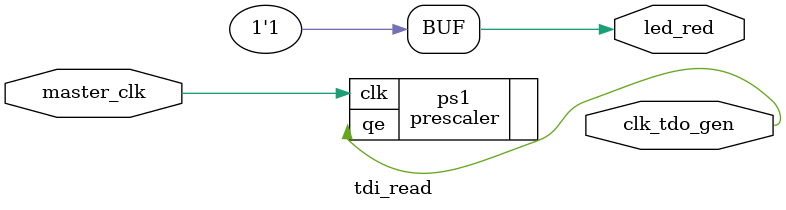
<source format=v>
`timescale 1ns / 1ps

// Dependencies: 
//
// Revision 11.0

// Additional Comments: for Z80 bus

//////////////////////////////////////////////////////////////////////////////////
module tdi_read(//a_cpu,d_cpu,wr_cpu,rd_cpu,io_req_cpu,reset_cpu,clk_cpu,
				//tck_gen,
				//d_ram_exp,
				//d_ram_meas,
				//d_ram_mask,
				//d_ram_fail,
				//oe_ram_mask,oe_ram_exp,oe_ram_meas,oe_ram_fail,
				//dmux_sel,
				//state,
				//wr_ram_meas_fail,
		//		wr_ram_fail,
				master_clk,
				clk_tdo_gen,
				//tdo_en,  // driven by tdo_gen , H active
				//tdi_gen,
				led_red
				//ext_iei,m1_cpu,int_cpu,nmi_cpu
				);
				
//	 inout [7:0] gpio_d;
//	 input ext_iei;
//	 input m1_cpu;
//	 output int_cpu;
//	 output nmi_cpu;
		
//    input [15:0] a_cpu;
//    inout [7:0] d_cpu;
//    input wr_cpu;
//	 input reset_cpu;
//	 input rd_cpu;
//    input io_req_cpu;
//	 input clk_cpu;

//    input tdo_en;
	 input master_clk;
//  output oe_ram;
//	 output cs_ram_0;
//	 output cs_ram_1;
//  output [23:3] a_ram;

//	output oe_ram_mask;
//	output oe_ram_exp;
//	output oe_ram_meas;
//	output oe_ram_fail; 

//	output wr_ram_meas_fail; // drives RAM /WR for MEAS & FAIL RAM
//	output wr_ram_fail;
	output clk_tdo_gen;
	output led_red;

//    inout [7:0] d_ram_exp;
//	 inout [7:0] d_ram_meas;
//	 inout [7:0] d_ram_mask;
//	 inout [7:0] d_ram_fail;
//   output wr_ram;

//    input tck_gen;
//	 input tdi_gen;
//	 input [2:0] dmux_sel;
//	 input [3:0] state;


	prescaler ps1(
		.clk(master_clk),
		.qe(clk_tdo_gen) // 80 khz at 2,5Mhz CPU clk
		//.ticker(led_red)
		);

	assign led_red = 1'b1;
	
endmodule

</source>
